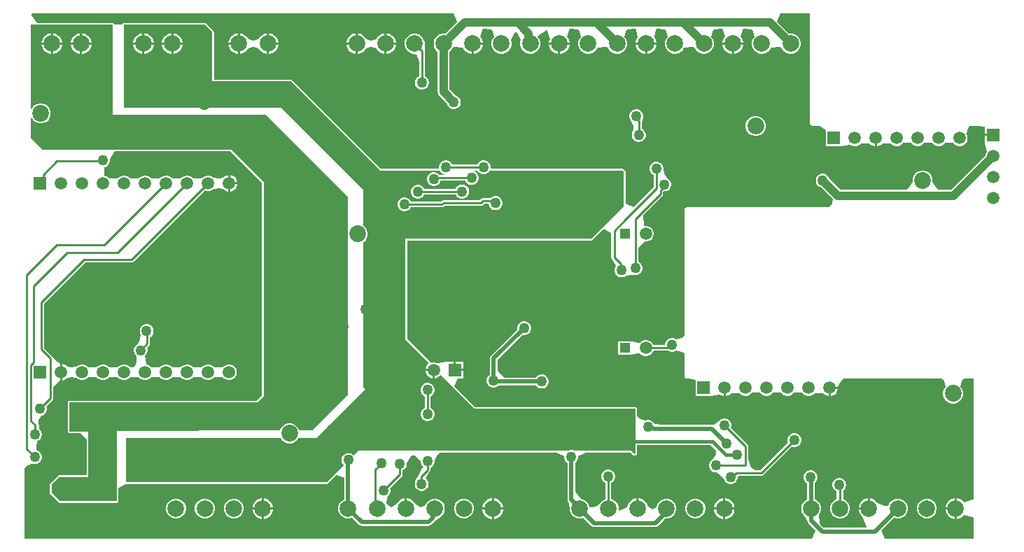
<source format=gbl>
%FSTAX23Y23*%
%MOIN*%
%SFA1B1*%

%IPPOS*%
%ADD12C,0.010000*%
%ADD13C,0.020000*%
%ADD40C,0.016000*%
%ADD41C,0.040000*%
%ADD43C,0.079530*%
%ADD44R,0.059060X0.059060*%
%ADD45C,0.059060*%
%ADD46R,0.047240X0.047240*%
%ADD47R,0.059060X0.059060*%
%ADD48C,0.078740*%
%ADD49C,0.050000*%
%LNlayout-1*%
%LPD*%
G36*
X04749Y02995D02*
X0475Y02991D01*
X04752Y02987*
X04757Y02982*
X04761Y0298*
X04765Y02979*
X04796*
X04827Y02957*
Y02939*
Y02882*
X04897*
X04902*
X04941Y02889*
X0495Y02885*
X0496Y02882*
X04969*
X04979Y02885*
X04988Y02889*
X0499Y02892*
X04995Y02894*
X05016Y02895*
X05033Y02893*
X05036Y02892*
X0504Y02888*
X05049Y02883*
X05059Y0288*
X0506*
Y0292*
X0507*
Y0288*
X0507*
X0508Y02883*
X05089Y02888*
X05093Y02892*
X05096Y02893*
X05113Y02895*
X05134Y02894*
X05139Y02892*
X05141Y02889*
X0515Y02885*
X0516Y02882*
X05169*
X05179Y02885*
X05188Y02889*
X05192Y02894*
X05198Y02896*
X05215Y02896*
X05231Y02896*
X05237Y02894*
X05241Y02889*
X0525Y02885*
X0526Y02882*
X05269*
X05279Y02885*
X05288Y02889*
X05292Y02894*
X05298Y02896*
X05315Y02896*
X05331Y02896*
X05337Y02894*
X05341Y02889*
X0535Y02885*
X0536Y02882*
X05369*
X05379Y02885*
X05388Y02889*
X05392Y02894*
X05398Y02896*
X05415Y02896*
X05431Y02896*
X05437Y02894*
X05441Y02889*
X0545Y02885*
X0546Y02882*
X05469*
X05479Y02885*
X05488Y02889*
X05495Y02896*
X05499Y02905*
X05502Y02915*
Y02924*
X05499Y02934*
X05496Y02939*
X05501Y02956*
X05512Y02979*
X05547*
X05585Y02974*
Y0294*
X05625*
Y0293*
X05585*
Y02901*
Y02895*
X05593Y02855*
X0559Y02849*
X05587Y02839*
Y02837*
X05423Y02673*
X05363*
X05354Y02681*
X05335Y02711*
Y02724*
X05332Y02736*
X05326Y02747*
X05317Y02756*
X05306Y02762*
X05294Y02765*
X05281*
X05269Y02762*
X05258Y02756*
X05249Y02747*
X05243Y02736*
X0524Y02724*
Y02711*
X05222Y02681*
X05212Y02673*
X04897*
X04844Y02726*
X04843Y0273*
X04838Y02738*
X04832Y02744*
X04825Y02748*
X04816Y02751*
X04808*
X04799Y02748*
X04792Y02744*
X04785Y02738*
X04781Y0273*
X04779Y02722*
Y02713*
X04781Y02705*
X04785Y02697*
X04792Y02691*
X04799Y02687*
X04804Y02686*
X0486Y0263*
X04856Y02609*
X04845Y0259*
X04165*
X04161Y02589*
X04157Y02587*
X04155Y02583*
X04154Y0258*
Y01976*
X04141Y01967*
X04115Y01961*
X04107Y01965*
X04099Y01968*
X0409*
X04082Y01965*
X04074Y01961*
X04068Y01955*
X04064Y01947*
X04062Y01939*
X04058Y01933*
X04006*
X04004Y01934*
X04Y01943*
X03999Y01943*
X03993Y0195*
X03984Y01954*
X03974Y01957*
X03965*
X03964Y01957*
X03955Y01954*
X03946Y0195*
X03941Y01944*
X03938Y01944*
X03901Y01951*
X03838*
Y01888*
X03901*
X03929Y01894*
X03941Y01895*
X03946Y01889*
X03955Y01885*
X03964Y01882*
X03965Y01882*
X03974*
X03984Y01885*
X03993Y01889*
X03998Y01895*
X04Y01896*
X04004Y01905*
X04006Y01906*
X04055*
X04069*
X04074Y01907*
X04075Y01908*
X04082Y01904*
X04084Y01903*
X0409Y01902*
X04099*
X04107Y01904*
X04115Y01908*
X04141Y01902*
X04154Y01893*
Y01785*
X04155Y01781*
X04157Y01777*
X04161Y01775*
X04165Y01774*
X0417*
X04207Y01767*
Y01734*
Y01692*
X04274*
X04282*
X0432Y01698*
X04329Y01693*
X04339Y0169*
X0434*
Y0173*
X0435*
Y0169*
X0435*
X0436Y01693*
X04369Y01698*
X04373Y01702*
X04376Y01703*
X04393Y01705*
X04414Y01704*
X04419Y01702*
X04421Y01699*
X0443Y01695*
X0444Y01692*
X04449*
X04459Y01695*
X04468Y01699*
X04472Y01704*
X04478Y01706*
X04495Y01706*
X04511Y01706*
X04517Y01704*
X04521Y01699*
X0453Y01695*
X0454Y01692*
X04549*
X04559Y01695*
X04568Y01699*
X04572Y01704*
X04578Y01706*
X04595Y01706*
X04611Y01706*
X04617Y01704*
X04621Y01699*
X0463Y01695*
X0464Y01692*
X04649*
X04659Y01695*
X04668Y01699*
X04672Y01704*
X04678Y01706*
X04695Y01706*
X04711Y01706*
X04717Y01704*
X04721Y01699*
X0473Y01695*
X0474Y01692*
X04749*
X04759Y01695*
X04768Y01699*
X0477Y01702*
X04775Y01704*
X04796Y01705*
X04813Y01703*
X04816Y01702*
X0482Y01698*
X04829Y01693*
X04839Y0169*
X0484*
Y0173*
X04845*
Y01735*
X04884*
Y01735*
X04899Y01763*
X0491Y01774*
X05382*
X05391Y01761*
X05397Y01734*
X05394Y01732*
X05388Y01721*
X05385Y01709*
Y01696*
X05388Y01684*
X05394Y01673*
X05403Y01664*
X05414Y01658*
X05426Y01655*
X05439*
X05451Y01658*
X05462Y01664*
X05471Y01673*
X05477Y01684*
X0548Y01696*
Y01709*
X05477Y01721*
X05471Y01732*
X05468Y01734*
X05475Y01761*
X05483Y01774*
X05529*
Y01199*
X05524Y01196*
X05485Y01185*
X05476Y01194*
X05464Y01201*
X05452Y01204*
X0545*
Y01155*
Y01105*
X05452*
X05464Y01108*
X05476Y01115*
X05485Y01124*
X05524Y01113*
X05529Y0111*
Y0101*
X05108*
X05091Y0105*
X0511Y01068*
X05138Y01097*
X05152Y0111*
X05155Y0111*
X05164Y01107*
X05176*
X05188Y0111*
X05199Y01117*
X05208Y01125*
X05214Y01136*
X05217Y01148*
Y01161*
X05214Y01173*
X05208Y01184*
X05199Y01192*
X05188Y01199*
X05176Y01202*
X05164*
X05152Y01199*
X05141Y01192*
X05132Y01184*
X05126Y01173*
X05125Y0117*
X05119Y01166*
X05105Y01169*
X05074Y01181*
X05072Y01185*
X05062Y01194*
X05051Y01201*
X05039Y01204*
X05037*
Y01155*
X05032*
Y0115*
X04983*
Y01148*
X04986Y01135*
X04993Y01124*
X05002Y01115*
X05017Y01079*
X05019Y01067*
X05016Y01063*
X04855*
X04815Y01065*
X04801Y01079*
X04798Y01087*
X04798Y01087*
X04794Y01125*
X04801Y01136*
X04804Y01148*
Y01161*
X04801Y01173*
X04794Y01184*
X04786Y01192*
X04777Y01197*
X04775Y01199*
Y01277*
X04775Y01277*
X04781Y01283*
X04785Y01291*
X04788Y01299*
Y01308*
X04785Y01316*
X04781Y01324*
X04775Y0133*
X04767Y01334*
X04759Y01337*
X0475*
X04742Y01334*
X04734Y0133*
X04728Y01324*
X04724Y01316*
X04722Y01308*
Y01299*
X04724Y01291*
X04728Y01283*
X04734Y01277*
X04738Y01275*
Y01199*
X04735Y01197*
X04727Y01192*
X04719Y01184*
X04712Y01173*
X04709Y01161*
Y01148*
X04712Y01136*
X04719Y01125*
X04726Y01117*
X0474Y01092*
X0474Y0109*
X04744Y01085*
X04744Y01084*
X04764Y01064*
X04778Y0105*
X04777Y01046*
X04762Y0101*
X0101*
Y01346*
X01021Y01356*
X01045Y01368*
X0105Y01368*
X01055Y01367*
X01064*
X01072Y01369*
X0108Y01373*
X01086Y01379*
X0109Y01387*
X01093Y01395*
Y01404*
X0109Y01412*
X01086Y0142*
X0108Y01426*
X01072Y0143*
X01067Y0144*
X01072Y01477*
X0108Y01481*
X01086Y01488*
X0109Y01495*
X01093Y01503*
Y01512*
X0109Y01521*
X01086Y01528*
X0108Y01534*
X01079Y01534*
X01078Y01574*
X01092Y01597*
X01097Y01599*
X01105Y01603*
X01111Y01609*
X01115Y01617*
X01118Y01625*
Y01634*
X01115Y01642*
X01144Y0167*
X01147Y01674*
X01148Y0168*
Y01734*
X01153Y01742*
X01179Y01765*
X0118*
Y01805*
Y01844*
X01179*
X01153Y01865*
X01147Y01875*
Y01875*
X01144Y01879*
X01104Y01918*
Y01924*
Y02125*
Y02131*
X01108Y02134*
X01296Y02323*
X013Y02326*
X01305*
X01509*
X0152*
X01525Y02327*
X01529Y0233*
X01537Y02338*
X01866Y02668*
X01868Y0267*
X0187Y0267*
X0188Y02667*
X01881*
X01889*
X01899Y0267*
X01908Y02674*
X0191Y02677*
X01915Y02679*
X01936Y0268*
X01953Y02678*
X01956Y02677*
X0196Y02673*
X01969Y02668*
X01979Y02665*
X0198*
Y02705*
Y02744*
X01979*
X01969Y02741*
X0196Y02736*
X01956Y02732*
X01953Y02731*
X01936Y02729*
X01915Y0273*
X0191Y02732*
X01908Y02735*
X01899Y02739*
X01889Y02742*
X0188*
X0187Y02739*
X01861Y02735*
X01857Y0273*
X01851Y02728*
X01835Y02728*
X01818Y02728*
X01812Y0273*
X01808Y02735*
X01799Y02739*
X01789Y02742*
X0178*
X0177Y02739*
X01761Y02735*
X01757Y0273*
X01751Y02728*
X01735Y02728*
X01718Y02728*
X01712Y0273*
X01708Y02735*
X01699Y02739*
X01689Y02742*
X0168*
X0167Y02739*
X01661Y02735*
X01657Y0273*
X01651Y02728*
X01635Y02728*
X01618Y02728*
X01612Y0273*
X01608Y02735*
X01599Y02739*
X01589Y02742*
X0158*
X0157Y02739*
X01561Y02735*
X01557Y0273*
X01551Y02728*
X01535Y02728*
X01518Y02728*
X01512Y0273*
X01508Y02735*
X01499Y02739*
X01489Y02742*
X0148*
X0147Y02739*
X01461Y02735*
X01457Y0273*
X01451Y02728*
X01435Y02728*
X01418Y02728*
X01412Y0273*
X01408Y02735*
X01399Y02739*
X01389Y02742*
X01389Y0278*
X01397Y02782*
X01405Y02786*
X01411Y02792*
X01415Y028*
X01417Y02808*
Y02816*
Y02817*
X01433Y02847*
X01441Y02856*
X01441Y02856*
X01991*
X02141Y02706*
Y01693*
X02116Y01668*
X01225*
X01221Y01667*
X01219Y01665*
X01217Y01663*
X01216Y0166*
Y0155*
Y01525*
X01216Y01525*
X01216Y01525*
X01217Y01524*
X01217Y01522*
X01217*
Y01522*
Y01522*
X01218Y01521*
X01219Y01519*
X01219*
X01219Y01519*
X01222Y01516*
X01222*
X01222Y01516*
X01224Y01515*
X01225Y01514*
X01225*
X01225*
X01227Y01514*
X01228Y01513*
X01228*
X01228*
X01252Y01514*
X01278Y01514*
X01306Y01485*
Y01313*
X01175*
X01171Y01312*
X01169Y0131*
X01134Y01275*
X01132Y01273*
X01131Y0127*
Y0123*
X01132Y01226*
X01134Y01224*
X01174Y01184*
X01176Y01182*
X0118Y01181*
X0145*
X01453Y01182*
X01455Y01184*
X01457Y01186*
X01458Y0119*
Y0125*
X01466Y01256*
X01495Y01271*
X0245*
X02453Y01272*
X02455Y01274*
X02496Y01315*
X02533Y013*
Y01199*
X02531Y01197*
X02523Y01192*
X02514Y01184*
X02508Y01173*
X02504Y01161*
Y01148*
X02508Y01136*
X02514Y01125*
X02523Y01117*
X02533Y0111*
X02545Y01107*
X02558*
X02567Y0111*
X0257Y0111*
X02586Y01095*
X02604Y01077*
X0261Y01073*
X02616Y01071*
X02617Y01071*
X0265*
X0265*
X02656*
X02689*
X02729*
X02796*
X02836*
X02859*
X02895*
X0292*
X0292*
X02935*
X02935Y01071*
X02942Y01073*
Y01073*
X02947Y01077*
X02957Y01086*
X02967Y01096*
X02967Y01096*
X02983Y01108*
X02994Y01117*
X02997Y0112*
X03003Y01125*
X03009Y01136*
X03012Y01148*
Y01161*
X03009Y01173*
X03003Y01184*
X02994Y01192*
X02983Y01199*
X02971Y01202*
X02959*
X02947Y01199*
X02936Y01192*
X02927Y01184*
X02921Y01173*
X02921Y01172*
X02898Y01161*
X02873Y01173*
X02873Y01174*
X02867Y01185*
X02858Y01194*
X02846Y01201*
X02834Y01204*
X02832*
Y01155*
X02822*
Y01204*
X02821*
X02808Y01201*
X02797Y01194*
X02788Y01185*
X02781Y01174*
X02781Y01173*
X02757Y01161*
X02746Y01167*
X02735Y0118*
X0274Y01213*
X02746Y01219*
X0275Y01227*
X02753Y01235*
Y01244*
Y01244*
X02751Y01251*
X028Y01301*
X02807Y01308*
X0281Y01312*
X02811Y01317*
Y01338*
X02818Y01342*
X02824Y01348*
X02829Y01355*
X02831Y01364*
Y01372*
X02854Y01408*
X02867Y01409*
X02897Y01382*
Y01375*
X02899Y01367*
X02903Y01359*
X02909Y01353*
X02905Y01346*
X02887Y01314*
X02886Y01314*
X02886Y01313*
X02871Y01285*
X02869Y01276*
Y01273*
Y01268*
X02871Y01259*
X02876Y01252*
X02882Y01246*
X02889Y01241*
X02898Y01239*
X02906*
X02915Y01241*
X02922Y01246*
X02928Y01252*
X02933Y01259*
X02935Y01268*
Y01276*
X02933Y01285*
X02928Y01292*
X02924Y01297*
X02922Y01298*
X02941Y01334*
X02942Y01334*
X02943Y01339*
Y01349*
X0295Y01353*
X02956Y01359*
X0296Y01367*
X02963Y01375*
Y01381*
Y01384*
X02978Y01411*
X02988Y01421*
X03545*
X03582Y01404*
Y01395*
X03584Y01387*
X03588Y01379*
X03594Y01374*
X03594Y01373*
X03596Y01372*
Y01242*
Y01223*
Y01208*
Y01208*
Y01196*
X03596Y01195*
X03598Y01189*
X03599Y01187*
X03607Y01159*
Y01148*
X0361Y01136*
X03616Y01125*
X03625Y01117*
X03636Y0111*
X03648Y01107*
X0366*
X03669Y0111*
X03672Y0111*
X03688Y01095*
X03711Y01072*
X03712Y01071*
X03712*
X03717Y01068*
X03723Y01066*
X03724Y01066*
X03738*
X03738*
X03763*
X03813*
X03855*
X03905*
X03939*
X03974*
X04*
X04013*
X04014Y01066*
X0402Y01068*
X04026Y01071*
X04026Y01072*
X04036Y01081*
X04054Y01099*
X04061Y01106*
X04067Y01107*
X04074Y01107*
X04086Y0111*
X04097Y01117*
X04105Y01125*
X04112Y01136*
X04115Y01148*
Y01161*
X04112Y01173*
X04105Y01184*
X04097Y01192*
X04086Y01199*
X04074Y01202*
X04061*
X04049Y01199*
X04038Y01192*
X0403Y01184*
X04023Y01173*
X0402Y01161*
X04002Y01151*
X04001Y01152*
X03977Y01167*
X03976Y01174*
X03969Y01185*
X0396Y01194*
X03949Y01201*
X03936Y01204*
X03935*
Y01155*
X03925*
Y01204*
X03923*
X03911Y01201*
X03899Y01194*
X0389Y01185*
X03884Y01174*
X0388Y01161*
X03843Y01143*
X03839Y01148*
Y01161*
X03836Y01173*
X0383Y01184*
X03821Y01192*
X03816Y01195*
X0381Y01199*
X03804Y01203*
Y01277*
X0381Y01281*
X0381Y01281*
X03816Y01287*
X0382Y01295*
X03823Y01303*
Y01312*
X0382Y0132*
X03816Y01328*
X0381Y01334*
X03802Y01338*
X03794Y01341*
X03785*
X03777Y01338*
X03769Y01334*
X03763Y01328*
X03759Y0132*
X03757Y01312*
Y01303*
X03759Y01295*
X03763Y01287*
X03766Y01284*
X03769Y01281*
X03777Y01277*
X03777Y01276*
Y01202*
X03774Y01199*
X03763Y01192*
X03754Y01184*
X03748Y01173*
X03729Y01164*
X03717Y01161*
X03705Y01161*
X037Y01165*
X03698Y01173*
X03692Y01184*
X03683Y01192*
X03672Y01199*
X03662Y01202*
X03636Y01231*
X03633Y01239*
Y01372*
X03635Y01373*
X03641Y01379*
X03645Y01387*
X03648Y01395*
Y01404*
X03684Y01421*
X03888*
X03896*
X03909Y01408*
X03912Y01407*
X03915Y01406*
X03918Y01407*
X03923Y01409*
X03925Y0141*
X03926Y01412*
X03927Y01413*
X03928Y01416*
Y01458*
X04278*
X04305Y01429*
X04303Y01415*
X04292Y0139*
X04284Y01386*
X04278Y0138*
X04274Y01372*
X04272Y01364*
Y01355*
X04274Y01347*
X04278Y01339*
X04284Y01333*
X04292Y01329*
X043Y01327*
X04304*
X04315Y01321*
X04335Y01305*
X04342Y01297*
X04343Y01293*
X04347Y01285*
X04354Y01279*
X04361Y01275*
X0437Y01272*
X04378*
X04387Y01275*
X04394Y01279*
X044Y01285*
X04405Y01293*
X04406Y01298*
X04407Y01301*
X0441Y01311*
X04458*
X04483*
X0452*
X04525Y01312*
X04529Y01315*
X04547Y01334*
X04664Y0145*
X04672Y01448*
X04681*
X04689Y0145*
X04696Y01455*
X04703Y01461*
X04707Y01468*
X04709Y01477*
Y01486*
X04707Y01494*
X04703Y01501*
X04696Y01508*
X04689Y01512*
X04681Y01514*
X04672*
X04663Y01512*
X04656Y01508*
X0465Y01501*
X04645Y01494*
X04643Y01486*
Y01477*
X04645Y01469*
X04529Y01353*
X04514Y01338*
X04491*
X0447Y01351*
X0447Y01351*
X04458Y01386*
Y01407*
Y0145*
X04457Y01455*
X04454Y0146*
X04447Y01467*
X04374Y01539*
X04376Y01547*
Y01556*
X04374Y01564*
X0437Y01572*
X04364Y01578*
X04356Y01582*
X04348Y01584*
X04339*
X04331Y01582*
X04323Y01578*
X04317Y01572*
X04295Y01554*
X04285Y01553*
X04273*
X04051*
X04012Y01556*
X04011Y01556*
X04007Y01563*
X04001Y01569*
X03994Y01574*
X03985Y01576*
X03977*
X03968Y01574*
X03968Y01573*
X03944Y01582*
X03928Y01593*
Y0163*
X03927Y01633*
X03925Y01635*
X03923Y01637*
X0392Y01638*
X03158*
X03058Y01738*
X03073Y01775*
X03099*
Y0181*
X0306*
Y01815*
X03055*
Y01854*
X0302*
X0298Y01846*
X02974Y01849*
X02964Y01852*
X02955*
X02943Y01852*
X02942Y01853*
X02942Y01854*
X02941Y01854*
X02833Y01963*
Y02431*
X0371*
X03713Y02432*
X03715Y02434*
X03767Y02485*
X03775Y02484*
X03805Y02467*
Y0235*
X03806Y02345*
X03808Y02343*
X03809Y02341*
X03828Y0231*
X03824Y02302*
X03822Y02294*
Y02285*
X03824Y02277*
X03828Y02269*
X03834Y02263*
X03842Y02259*
X0385Y02257*
X03859*
X03867Y02259*
X03875Y02263*
X03907Y02269*
X03915Y02267*
X03924*
X03932Y02269*
X0394Y02273*
X03946Y02279*
X0395Y02287*
X03953Y02295*
Y02304*
X0395Y02312*
X03946Y0232*
X0394Y02326*
X03933Y0233*
Y02396*
X03939Y02405*
X03965Y02427*
X03974*
X03984Y0243*
X03993Y02434*
X04Y02441*
X04004Y0245*
X04007Y0246*
Y02469*
X04004Y02479*
X04Y02488*
X03993Y02495*
X03984Y02499*
X03974Y02502*
X03965*
X03962Y02504*
X03957Y02553*
X04048Y02644*
X04051Y02649*
X04052Y02654*
Y02664*
X04054Y02666*
X04062*
X0407Y02668*
X04078Y02672*
X04084Y02678*
X04088Y02686*
X04091Y02694*
Y02703*
X04088Y02711*
X04084Y02719*
X04078Y02725*
X04075Y02727*
X04068Y02733*
X04057Y0275*
X04053Y0277*
Y02779*
X0405Y02787*
X04046Y02795*
X0404Y02801*
X04032Y02805*
X04024Y02808*
X04015*
X04007Y02805*
X03999Y02801*
X03993Y02795*
X03989Y02787*
X03987Y02779*
Y0277*
X03989Y02762*
X03993Y02754*
X03999Y02748*
X04003Y02746*
X04006Y02743*
Y02686*
X03911Y02591*
X0391Y02591*
X03873Y02609*
Y02737*
Y0276*
X03872Y02763*
X03872*
X0387Y02765*
X03865Y0277*
X03863Y02772*
X0386Y02773*
X03837*
X03233*
X03229Y02777*
Y02786*
X03227Y02794*
X03223Y02802*
X03216Y02808*
X03209Y02812*
X032Y02815*
X03192*
X03183Y02812*
X03176Y02808*
X0317Y02802*
X03165Y02794*
X03165Y02793*
X03048*
X03044Y028*
X03038Y02806*
X0303Y0281*
X03022Y02813*
X03013*
X03005Y0281*
X02997Y02806*
X02991Y028*
X02987Y02792*
X02985Y02784*
Y02775*
X02983Y02773*
X02708*
X02285Y03195*
X02283Y03197*
X0228Y03198*
X01913*
Y03425*
X01912Y03428*
X0191Y0343*
X01875Y03465*
X01873Y03467*
X0187Y03468*
X01485*
X01481Y03467*
X01479Y03465*
X01477Y03463*
X01476Y0346*
X01438*
X01437Y03463*
X01435Y03465*
X01433Y03467*
X0143Y03468*
X01072*
X01045Y03503*
X01044Y03508*
X01047Y03514*
X01047Y03514*
X03054*
X03071Y03474*
X03013Y03417*
X03012Y03417*
X03*
X02988Y03414*
X02977Y03407*
X02968Y03399*
X02962Y03388*
X02959Y03376*
Y03363*
X02962Y03351*
X02968Y0334*
X02977Y03332*
X02978Y03331*
Y0314*
X02979Y03133*
X02982Y03126*
X02986Y0312*
X03023Y03083*
X03024Y03079*
X03029Y03071*
X03035Y03065*
X03042Y03061*
X03051Y03058*
X03059*
X03068Y03061*
X03075Y03065*
X03081Y03071*
X03086Y03079*
X03088Y03087*
Y03096*
X03086Y03104*
X03081Y03112*
X03075Y03118*
X03068Y03122*
X03063Y03123*
X03034Y03152*
Y03331*
X03035Y03332*
X03044Y0334*
X0305Y03351*
X03056Y03353*
X03098Y0335*
X03104Y03339*
X03113Y0333*
X03125Y03323*
X03137Y0332*
X03139*
Y0337*
X03144*
Y03375*
X03193*
Y03376*
X0319Y03389*
X03183Y034*
X03182Y03401*
X03191Y03434*
X03195Y0344*
X03233Y03439*
X03241Y03427*
X03246Y03401*
X03244Y03399*
X03237Y03388*
X03234Y03376*
Y03363*
X03237Y03351*
X03244Y0334*
X03252Y03332*
X03263Y03325*
X03275Y03322*
X03288*
X033Y03325*
X03311Y03332*
X03319Y0334*
X03326Y03351*
X03329Y03363*
Y03376*
X03326Y03388*
X03344Y0342*
X03349Y03425*
X03352Y03424*
X03356Y03421*
X03375Y03389*
X03375Y03387*
X03372Y03376*
Y03363*
X03375Y03351*
X03381Y0334*
X0339Y03332*
X03401Y03325*
X03413Y03322*
X03426*
X03438Y03325*
X03448Y03332*
X03457Y0334*
X03463Y03351*
X03467Y03363*
Y03376*
X03463Y03388*
X03457Y03399*
X03455Y03401*
X03456Y03408*
X03496Y03434*
X03499Y03433*
X03501Y0343*
X03513Y03392*
X03511Y03389*
X03508Y03376*
Y03375*
X03557*
X03607*
Y03376*
X03603Y03389*
X03597Y034*
X03595Y03401*
X03604Y03434*
X03608Y0344*
X03647Y03439*
X03654Y03427*
X0366Y03401*
X03657Y03399*
X03651Y03388*
X03648Y03376*
Y03363*
X03651Y03351*
X03657Y0334*
X03666Y03332*
X03677Y03325*
X03689Y03322*
X03701*
X03713Y03325*
X03724Y03332*
X03733Y0334*
X03739Y03351*
X03781Y03354*
X03789Y03351*
X03795Y0334*
X03804Y03332*
X03814Y03325*
X03826Y03322*
X03839*
X03851Y03325*
X03862Y03332*
X03871Y0334*
X03877Y03351*
X0388Y03363*
Y03376*
X03877Y03388*
X03871Y03399*
X03868Y03401*
X03873Y03427*
X03881Y03439*
X0392Y0344*
X03924Y03434*
X03932Y03401*
X03931Y034*
X03925Y03389*
X03921Y03376*
Y03375*
X03971*
X0402*
Y03376*
X04017Y03389*
X0401Y034*
X04009Y03401*
X04017Y03434*
X04022Y0344*
X0406Y03439*
X04068Y03427*
X04073Y03401*
X0407Y03399*
X04064Y03388*
X04061Y03376*
Y03363*
X04064Y03351*
X0407Y0334*
X04079Y03332*
X0409Y03325*
X04102Y03322*
X04115*
X04127Y03325*
X04137Y03332*
X04146Y0334*
X04152Y03351*
X04194Y03354*
X04202Y03351*
X04208Y0334*
X04217Y03332*
X04228Y03325*
X0424Y03322*
X04252*
X04264Y03325*
X04275Y03332*
X04284Y0334*
X0429Y03351*
X04293Y03363*
Y03376*
X0429Y03388*
X04284Y03399*
X04281Y03401*
X04287Y03427*
X04294Y03439*
X04333Y0344*
X04337Y03434*
X04346Y03401*
X04344Y034*
X04338Y03389*
X04335Y03376*
Y03375*
X04384*
Y0337*
Y03375*
X04433*
Y03376*
X0443Y03389*
X04423Y034*
X04422Y03401*
X04431Y03434*
X04435Y0344*
X04473Y03439*
X04481Y03427*
X04486Y03401*
X04484Y03399*
X04478Y03388*
X04474Y03376*
Y03363*
X04478Y03351*
X04484Y0334*
X04493Y03332*
X04503Y03325*
X04515Y03322*
X04528*
X0454Y03325*
X04551Y03332*
X0456Y0334*
X04566Y03351*
X04608Y03354*
X04615Y03351*
X04622Y0334*
X0463Y03332*
X04641Y03325*
X04653Y03322*
X04666*
X04678Y03325*
X04689Y03332*
X04697Y0334*
X04704Y03351*
X04707Y03363*
Y03376*
X04704Y03388*
X04697Y03399*
X04689Y03407*
X04678Y03414*
X04666Y03417*
X04653*
X04652Y03417*
X04595Y03474*
X04611Y03514*
X04749*
Y02995*
G37*
G36*
X0143Y0303D02*
X0216D01*
X0255Y0264*
Y01695*
X02382Y01527*
X02318Y01527*
X02317Y01531*
X02311Y01542*
X02302Y01551*
X02291Y01557*
X02279Y0156*
X02266*
X02254Y01557*
X02243Y01551*
X02234Y01542*
X02228Y01531*
X02227Y01526*
X0145Y01523*
Y0119*
X0118*
X0114Y0123*
Y0127*
X01175Y01305*
X01315*
Y01522*
X01228Y01522*
X01225Y01525*
Y0166*
X0212*
X0215Y0169*
Y0271*
X01995Y02865*
X01095*
X0104Y0292*
Y03015*
X01045Y03017*
X01049Y03008*
X01058Y02999*
X01069Y02993*
X01081Y0299*
X01094*
X01106Y02993*
X01117Y02999*
X01126Y03008*
X01132Y03019*
X01135Y03031*
Y03044*
X01132Y03056*
X01126Y03067*
X01117Y03076*
X01106Y03082*
X01094Y03085*
X01081*
X01069Y03082*
X01058Y03076*
X01049Y03067*
X01045Y03058*
X0104Y0306*
Y0346*
X0143*
Y0303*
G37*
G36*
X01905Y03425D02*
Y0319D01*
X0228*
X02705Y02765*
X02988*
X02991Y02759*
X02997Y02753*
X03005Y02749*
X03009Y02748*
X03009Y02743*
X02987*
X02986Y02745*
X0298Y02751*
X02972Y02755*
X02964Y02758*
X02955*
X02947Y02755*
X02939Y02751*
X02933Y02745*
X02929Y02737*
X02927Y02729*
Y0272*
X02929Y02712*
X02933Y02704*
X02939Y02698*
X02947Y02694*
X02955Y02692*
X02964*
X02972Y02694*
X0298Y02698*
X02986Y02704*
X0299Y02712*
X02991Y02716*
X03109*
X03113Y02709*
X03119Y02703*
X03127Y02699*
X03135Y02697*
X03144*
X03152Y02699*
X0316Y02703*
X03166Y02709*
X0317Y02717*
X03173Y02725*
Y02734*
X0317Y02742*
X03166Y0275*
X0316Y02756*
X03154Y0276*
X03155Y02765*
X03168*
X0317Y02761*
X03176Y02755*
X03183Y02751*
X03192Y02749*
X032*
X03209Y02751*
X03216Y02755*
X03223Y02761*
X03224Y02765*
X0386*
X03865Y0276*
Y02595*
X0371Y0244*
X02825*
Y0196*
X02936Y01848*
X02935Y01846*
X02928Y01839*
X02923Y0183*
X0292Y0182*
Y0182*
X0296*
Y01815*
X02965*
Y01775*
X02965*
X02975Y01778*
X02984Y01783*
X02991Y0179*
X02993Y01791*
X03155Y0163*
X0392*
Y01416*
X03915Y01414*
X039Y0143*
X03629*
X03627Y0143*
X03619Y01433*
X0361*
X03602Y0143*
X036Y0143*
X026*
X02578Y01408*
X02573Y01412*
X02566Y01417*
X02557Y01419*
X02549*
X0254Y01417*
X02533Y01412*
X02527Y01406*
X02522Y01399*
X0252Y0139*
Y01382*
X02522Y01373*
X02527Y01366*
X02531Y01361*
X0245Y0128*
X01495*
Y0149*
X02231*
X02234Y01483*
X02243Y01474*
X02254Y01468*
X02266Y01465*
X02279*
X02291Y01468*
X02302Y01474*
X02311Y01483*
X02314Y0149*
X024*
X02635Y01725*
X02625Y01735*
Y02423*
X02627Y02424*
X02636Y02433*
X02642Y02444*
X02645Y02456*
Y02469*
X02642Y02481*
X02636Y02492*
X02627Y02501*
X02625Y02502*
Y02675*
X02235Y03065*
X01485*
Y0346*
X0187*
X01905Y03425*
G37*
%LNlayout-2*%
%LPC*%
G36*
X02725Y03419D02*
X02724D01*
X02711Y03416*
X027Y03409*
X02691Y034*
X02686Y03391*
X02661Y03385*
X02637Y03391*
X02632Y034*
X02623Y03409*
X02612Y03416*
X02599Y03419*
X02598*
Y0337*
Y0332*
X02599*
X02612Y03323*
X02623Y0333*
X02632Y03339*
X02637Y03348*
X02661Y03354*
X02686Y03348*
X02691Y03339*
X027Y0333*
X02711Y03323*
X02724Y0332*
X02725*
Y0337*
Y03419*
G37*
G36*
X02165D02*
X02163D01*
X0215Y03416*
X02139Y03409*
X0213Y034*
X02125Y03391*
X02101Y03385*
X02076Y03391*
X02071Y034*
X02062Y03409*
X02051Y03416*
X02038Y03419*
X02037*
Y0337*
Y0332*
X02038*
X02051Y03323*
X02062Y0333*
X02071Y03339*
X02076Y03348*
X02101Y03354*
X02125Y03348*
X0213Y03339*
X02139Y0333*
X0215Y03323*
X02163Y0332*
X02165*
Y0337*
Y03419*
G37*
G36*
X02176D02*
X02175D01*
Y03375*
X02219*
Y03376*
X02216Y03389*
X02209Y034*
X022Y03409*
X02189Y03416*
X02176Y03419*
G37*
G36*
X02737D02*
X02735D01*
Y03375*
X0278*
Y03376*
X02776Y03389*
X0277Y034*
X02761Y03409*
X02749Y03416*
X02737Y03419*
G37*
G36*
X02588D02*
X02586D01*
X02574Y03416*
X02562Y03409*
X02553Y034*
X02547Y03389*
X02543Y03376*
Y03375*
X02588*
Y03419*
G37*
G36*
X02027D02*
X02025D01*
X02013Y03416*
X02001Y03409*
X01992Y034*
X01986Y03389*
X01982Y03376*
Y03375*
X02027*
Y03419*
G37*
G36*
X04433Y03365D02*
X04389D01*
Y0332*
X0439*
X04403Y03323*
X04414Y0333*
X04423Y03339*
X0443Y0335*
X04433Y03363*
Y03365*
G37*
G36*
X04379D02*
X04335D01*
Y03363*
X04338Y0335*
X04344Y03339*
X04354Y0333*
X04365Y03323*
X04377Y0332*
X04379*
Y03365*
G37*
G36*
X0402D02*
X03976D01*
Y0332*
X03977*
X0399Y03323*
X04001Y0333*
X0401Y03339*
X04017Y0335*
X0402Y03363*
Y03365*
G37*
G36*
X03966D02*
X03921D01*
Y03363*
X03925Y0335*
X03931Y03339*
X0394Y0333*
X03951Y03323*
X03964Y0332*
X03966*
Y03365*
G37*
G36*
X03607D02*
X03562D01*
Y0332*
X03564*
X03576Y03323*
X03587Y0333*
X03597Y03339*
X03603Y0335*
X03607Y03363*
Y03365*
G37*
G36*
X03552D02*
X03508D01*
Y03363*
X03511Y0335*
X03518Y03339*
X03527Y0333*
X03538Y03323*
X03551Y0332*
X03552*
Y03365*
G37*
G36*
X03193D02*
X03149D01*
Y0332*
X0315*
X03163Y03323*
X03174Y0333*
X03183Y03339*
X0319Y0335*
X03193Y03363*
Y03365*
G37*
G36*
X0278D02*
X02735D01*
Y0332*
X02737*
X02749Y03323*
X02761Y0333*
X0277Y03339*
X02776Y0335*
X0278Y03363*
Y03365*
G37*
G36*
X02588D02*
X02543D01*
Y03363*
X02547Y0335*
X02553Y03339*
X02562Y0333*
X02574Y03323*
X02586Y0332*
X02588*
Y03365*
G37*
G36*
X02219D02*
X02175D01*
Y0332*
X02176*
X02189Y03323*
X022Y0333*
X02209Y03339*
X02216Y0335*
X02219Y03363*
Y03365*
G37*
G36*
X02027D02*
X01982D01*
Y03363*
X01986Y0335*
X01992Y03339*
X02001Y0333*
X02013Y03323*
X02025Y0332*
X02027*
Y03365*
G37*
G36*
X02874Y03417D02*
X02862D01*
X0285Y03414*
X02839Y03407*
X0283Y03399*
X02824Y03388*
X02821Y03376*
Y03363*
X02824Y03351*
X0283Y0334*
X02839Y03332*
X0285Y03325*
X0285Y03325*
X02862Y03322*
X02876Y03318*
X02889Y03285*
Y0327*
Y03215*
X02882Y03211*
X02876Y03205*
X02872Y03198*
X0287Y03189*
Y0318*
X02872Y03172*
X02876Y03165*
X02882Y03158*
X0289Y03154*
X02898Y03152*
X02907*
X02915Y03154*
X02923Y03158*
X02929Y03165*
X02933Y03172*
X02936Y0318*
Y03189*
X02933Y03198*
X02929Y03205*
X02923Y03211*
X02916Y03215*
Y03276*
Y03326*
Y03326*
Y03335*
X02916Y03335*
X02916Y03366*
Y03376*
X02912Y03388*
X02906Y03399*
X02897Y03407*
X02886Y03414*
X02874Y03417*
G37*
G36*
X04499Y03025D02*
X04486D01*
X04474Y03022*
X04463Y03016*
X04454Y03007*
X04448Y02996*
X04445Y02984*
Y02971*
X04448Y02959*
X04454Y02948*
X04463Y02939*
X04474Y02933*
X04486Y0293*
X04499*
X04511Y02933*
X04522Y02939*
X04531Y02948*
X04537Y02959*
X0454Y02971*
Y02984*
X04537Y02996*
X04531Y03007*
X04522Y03016*
X04511Y03022*
X04499Y03025*
G37*
G36*
X03929Y03057D02*
X0392D01*
X03912Y03055*
X03904Y03051*
X03898Y03044*
X03894Y03037*
X03892Y03028*
Y0302*
X03894Y03011*
X03894Y03011*
X039Y02998*
X03909Y02978*
X0391Y02962*
X03907Y02953*
X03905Y02946*
X03903Y02938*
X03903Y02938*
Y02929*
X03905Y02921*
X03909Y02913*
X03915Y02907*
X03923Y02903*
X03931Y02901*
X0394*
X03948Y02903*
X03956Y02907*
X03962Y02913*
X03966Y02921*
X03969Y02929*
Y02937*
Y02938*
X03966Y02946*
X03966*
X03962Y02954*
X03956Y0296*
X03949Y02969*
X03951Y0299*
X03957Y03017*
X03958Y0302*
Y03028*
X03955Y03037*
X03951Y03044*
X03945Y03051*
X03937Y03055*
X03929Y03057*
G37*
G36*
X0199Y02744D02*
X0199D01*
Y0271*
X02024*
Y0271*
X02021Y0272*
X02016Y02729*
X02009Y02736*
X02Y02741*
X0199Y02744*
G37*
G36*
X02024Y027D02*
X0199D01*
Y02665*
X0199*
X02Y02668*
X02009Y02673*
X02016Y0268*
X02021Y02689*
X02024Y02699*
Y027*
G37*
G36*
X03394Y02048D02*
X03385D01*
X03377Y02045*
X03369Y02041*
X03363Y02035*
X03359Y02027*
X03357Y02019*
Y0201*
X03357Y02008*
X03246Y01897*
X03232Y01882*
X03231Y01882*
X03228Y01877*
X03226Y0187*
X03226Y0187*
Y01805*
Y01792*
X03224Y01791*
X03218Y01785*
X03214Y01777*
X03212Y01769*
Y0176*
X03214Y01752*
X03218Y01744*
X03224Y01738*
X03232Y01734*
X0324Y01732*
X03249*
X03257Y01734*
X03265Y01738*
X03268Y01741*
X03268Y01741*
X03289*
X03302*
X03447*
X03448Y01739*
X03454Y01733*
X03462Y01729*
X0347Y01727*
X03479*
X03479*
X03487Y01729*
X03495Y01733*
X03501Y01739*
X03505Y01747*
X03508Y01755*
Y01764*
X03505Y01772*
X03501Y0178*
X03495Y01786*
X03487Y0179*
X03479Y01793*
X03479*
X0347*
X03462Y0179*
X03454Y01786*
X03449Y0178*
X03448Y0178*
X03447Y01778*
X03297*
X03294Y01781*
X03266Y01809*
X03263Y01813*
Y01862*
X03274Y01873*
X03383Y01982*
X03385Y01982*
X03386*
X03394*
X03402Y01984*
X0341Y01988*
X03416Y01994*
X0342Y02002*
X03423Y0201*
Y02019*
X0342Y02027*
X03416Y02035*
X0341Y02041*
X03402Y02045*
X03394Y02048*
G37*
G36*
X01597Y02033D02*
X01588D01*
X0158Y0203*
X01572Y02026*
X01566Y0202*
X01562Y02012*
X01559Y02004*
Y01995*
X01562Y01987*
X01565Y01982*
X01562Y01963*
X01557Y0195*
X01551Y0194*
X01551Y0194*
X01543Y01935*
X01537Y01929*
X01533Y01922*
X0153Y01913*
Y01905*
X01533Y01896*
X01537Y01889*
X01543Y01883*
X01543Y0188*
X01545Y01853*
X01541Y01838*
X01527Y01828*
X01518Y01828*
X01512Y0183*
X01508Y01835*
X01499Y01839*
X01489Y01842*
X0148*
X0147Y01839*
X01461Y01835*
X01457Y0183*
X01451Y01828*
X01435Y01828*
X01418Y01828*
X01412Y0183*
X01408Y01835*
X01399Y01839*
X01389Y01842*
X0138*
X0137Y01839*
X01361Y01835*
X01357Y0183*
X01351Y01828*
X01335Y01828*
X01318Y01828*
X01312Y0183*
X01308Y01835*
X01299Y01839*
X01289Y01842*
X0128*
X0127Y01839*
X01261Y01835*
X01259Y01832*
X01254Y0183*
X01233Y01829*
X01216Y01831*
X01213Y01832*
X01209Y01836*
X012Y01841*
X0119Y01844*
X0119*
Y01805*
Y01765*
X0119*
X012Y01768*
X01209Y01773*
X01213Y01777*
X01216Y01778*
X01233Y0178*
X01254Y01779*
X01259Y01777*
X01261Y01774*
X0127Y0177*
X0128Y01767*
X01289*
X01299Y0177*
X01308Y01774*
X01312Y01779*
X01318Y01781*
X01335Y01781*
X01351Y01781*
X01357Y01779*
X01361Y01774*
X0137Y0177*
X0138Y01767*
X01389*
X01399Y0177*
X01408Y01774*
X01412Y01779*
X01418Y01781*
X01435Y01781*
X01451Y01781*
X01457Y01779*
X01461Y01774*
X0147Y0177*
X0148Y01767*
X01489*
X01499Y0177*
X01508Y01774*
X01512Y01779*
X01518Y01781*
X01535Y01781*
X01551Y01781*
X01557Y01779*
X01561Y01774*
X0157Y0177*
X0158Y01767*
X01589*
X01599Y0177*
X01608Y01774*
X01612Y01779*
X01618Y01781*
X01635Y01781*
X01651Y01781*
X01657Y01779*
X01661Y01774*
X0167Y0177*
X0168Y01767*
X01689*
X01699Y0177*
X01708Y01774*
X01712Y01779*
X01718Y01781*
X01735Y01781*
X01751Y01781*
X01757Y01779*
X01761Y01774*
X0177Y0177*
X0178Y01767*
X01789*
X01799Y0177*
X01808Y01774*
X01812Y01779*
X01818Y01781*
X01835Y01781*
X01851Y01781*
X01857Y01779*
X01861Y01774*
X0187Y0177*
X0188Y01767*
X01889*
X01899Y0177*
X01908Y01774*
X01912Y01779*
X01918Y01781*
X01935Y01781*
X01951Y01781*
X01957Y01779*
X01961Y01774*
X0197Y0177*
X0198Y01767*
X01989*
X01999Y0177*
X02008Y01774*
X02015Y01781*
X02019Y0179*
X02022Y018*
Y01809*
X02019Y01819*
X02015Y01828*
X02008Y01835*
X01999Y01839*
X01989Y01842*
X0198*
X0197Y01839*
X01961Y01835*
X01957Y0183*
X01951Y01828*
X01935Y01828*
X01918Y01828*
X01912Y0183*
X01908Y01835*
X01899Y01839*
X01889Y01842*
X0188*
X0187Y01839*
X01861Y01835*
X01857Y0183*
X01851Y01828*
X01835Y01828*
X01818Y01828*
X01812Y0183*
X01808Y01835*
X01799Y01839*
X01789Y01842*
X0178*
X0177Y01839*
X01761Y01835*
X01757Y0183*
X01751Y01828*
X01735Y01828*
X01718Y01828*
X01712Y0183*
X01708Y01835*
X01699Y01839*
X01689Y01842*
X0168*
X0167Y01839*
X01661Y01835*
X01657Y0183*
X01651Y01828*
X01635Y01828*
X01618Y01828*
X01612Y0183*
X01608Y01835*
X01599Y01839*
X01595Y01841*
X01594Y01842*
X0159Y01844*
X01585Y01883*
X0159Y01889*
X01594Y01896*
X01596Y01905*
Y01913*
X01594Y01921*
X01604Y01931*
X01607Y01935*
X01608Y0194*
Y0197*
X0161Y01971*
X01613Y01973*
X01619Y01979*
X01623Y01987*
X01625Y01995*
Y02004*
X01623Y02012*
X01619Y0202*
X01613Y02026*
X01605Y0203*
X01597Y02033*
G37*
G36*
X03099Y01854D02*
X03065D01*
Y0182*
X03099*
Y01854*
G37*
G36*
X04884Y01725D02*
X0485D01*
Y0169*
X0485*
X0486Y01693*
X04869Y01698*
X04876Y01705*
X04881Y01714*
X04884Y01724*
Y01725*
G37*
G36*
X0544Y01204D02*
X05439D01*
X05426Y01201*
X05415Y01194*
X05406Y01185*
X05399Y01174*
X05396Y01161*
Y0116*
X0544*
Y01204*
G37*
G36*
X05027D02*
X05026D01*
X05013Y01201*
X05002Y01194*
X04993Y01185*
X04986Y01174*
X04983Y01161*
Y0116*
X05027*
Y01204*
G37*
G36*
X0435D02*
X04348D01*
Y0116*
X04392*
Y01161*
X04389Y01174*
X04383Y01185*
X04373Y01194*
X04362Y01201*
X0435Y01204*
G37*
G36*
X04338D02*
X04337D01*
X04324Y01201*
X04313Y01194*
X04304Y01185*
X04297Y01174*
X04294Y01161*
Y0116*
X04338*
Y01204*
G37*
G36*
X03247D02*
X03246D01*
Y0116*
X0329*
Y01161*
X03287Y01174*
X0328Y01185*
X03271Y01194*
X0326Y01201*
X03247Y01204*
G37*
G36*
X03236D02*
X03234D01*
X03222Y01201*
X0321Y01194*
X03201Y01185*
X03195Y01174*
X03191Y01161*
Y0116*
X03236*
Y01204*
G37*
G36*
X02152D02*
X0215D01*
Y0116*
X02194*
Y01161*
X02191Y01174*
X02185Y01185*
X02175Y01194*
X02164Y01201*
X02152Y01204*
G37*
G36*
X0214D02*
X02139D01*
X02126Y01201*
X02115Y01194*
X02106Y01185*
X02099Y01174*
X02096Y01161*
Y0116*
X0214*
Y01204*
G37*
G36*
X05314Y01202D02*
X05301D01*
X05289Y01199*
X05279Y01192*
X0527Y01184*
X05263Y01173*
X0526Y01161*
Y01148*
X05263Y01136*
X0527Y01125*
X05279Y01117*
X05289Y0111*
X05301Y01107*
X05314*
X05326Y0111*
X05337Y01117*
X05346Y01125*
X05352Y01136*
X05355Y01148*
Y01161*
X05352Y01173*
X05346Y01184*
X05337Y01192*
X05326Y01199*
X05314Y01202*
G37*
G36*
X04895Y01301D02*
X04886D01*
X04878Y01299*
X0487Y01295*
X04864Y01288*
X0486Y01281*
X04857Y01272*
Y01264*
X0486Y01255*
X04864Y01248*
X04869Y01243*
X0487Y01242*
X0487Y01242*
X04877Y01238*
X04878Y01232*
X04876Y012*
X04876Y01199*
X04871Y01196*
X04865Y01192*
X04856Y01184*
X0485Y01173*
X04847Y01161*
Y01148*
X0485Y01136*
X04856Y01125*
X04865Y01117*
X04876Y0111*
X04888Y01107*
X049*
X04913Y0111*
X04923Y01117*
X04932Y01125*
X04938Y01136*
X04942Y01148*
Y01161*
X04938Y01173*
X04932Y01184*
X04923Y01192*
X04913Y01199*
X04909Y01201*
X04909Y0124*
X04911Y01242*
X04917Y01248*
X04921Y01255*
X04923Y01264*
Y01272*
X04921Y01281*
X04917Y01288*
X04911Y01295*
X04903Y01299*
X04895Y01301*
G37*
G36*
X04211Y01202D02*
X04199D01*
X04187Y01199*
X04176Y01192*
X04167Y01184*
X04161Y01173*
X04158Y01161*
Y01148*
X04161Y01136*
X04167Y01125*
X04176Y01117*
X04187Y0111*
X04199Y01107*
X04211*
X04224Y0111*
X04234Y01117*
X04243Y01125*
X04249Y01136*
X04253Y01148*
Y01161*
X04249Y01173*
X04243Y01184*
X04234Y01192*
X04224Y01199*
X04211Y01202*
G37*
G36*
X03109D02*
X03097D01*
X03085Y01199*
X03074Y01192*
X03065Y01184*
X03059Y01173*
X03056Y01161*
Y01148*
X03059Y01136*
X03065Y01125*
X03074Y01117*
X03085Y0111*
X03097Y01107*
X03109*
X03121Y0111*
X03132Y01117*
X03141Y01125*
X03147Y01136*
X0315Y01148*
Y01161*
X03147Y01173*
X03141Y01184*
X03132Y01192*
X03121Y01199*
X03109Y01202*
G37*
G36*
X02014D02*
X02001D01*
X01989Y01199*
X01978Y01192*
X01969Y01184*
X01963Y01173*
X0196Y01161*
Y01148*
X01963Y01136*
X01969Y01125*
X01978Y01117*
X01989Y0111*
X02001Y01107*
X02014*
X02026Y0111*
X02036Y01117*
X02045Y01125*
X02051Y01136*
X02055Y01148*
Y01161*
X02051Y01173*
X02045Y01184*
X02036Y01192*
X02026Y01199*
X02014Y01202*
G37*
G36*
X01876D02*
X01863D01*
X01851Y01199*
X0184Y01192*
X01832Y01184*
X01825Y01173*
X01822Y01161*
Y01148*
X01825Y01136*
X01832Y01125*
X0184Y01117*
X01851Y0111*
X01863Y01107*
X01876*
X01888Y0111*
X01899Y01117*
X01907Y01125*
X01914Y01136*
X01917Y01148*
Y01161*
X01914Y01173*
X01907Y01184*
X01899Y01192*
X01888Y01199*
X01876Y01202*
G37*
G36*
X01738D02*
X01725D01*
X01713Y01199*
X01703Y01192*
X01694Y01184*
X01688Y01173*
X01684Y01161*
Y01148*
X01688Y01136*
X01694Y01125*
X01703Y01117*
X01713Y0111*
X01725Y01107*
X01738*
X0175Y0111*
X01761Y01117*
X0177Y01125*
X01776Y01136*
X01779Y01148*
Y01161*
X01776Y01173*
X0177Y01184*
X01761Y01192*
X0175Y01199*
X01738Y01202*
G37*
G36*
X0544Y0115D02*
X05396D01*
Y01148*
X05399Y01135*
X05406Y01124*
X05415Y01115*
X05426Y01108*
X05439Y01105*
X0544*
Y0115*
G37*
G36*
X04392D02*
X04348D01*
Y01105*
X0435*
X04362Y01108*
X04373Y01115*
X04383Y01124*
X04389Y01135*
X04392Y01148*
Y0115*
G37*
G36*
X04338D02*
X04294D01*
Y01148*
X04297Y01135*
X04304Y01124*
X04313Y01115*
X04324Y01108*
X04337Y01105*
X04338*
Y0115*
G37*
G36*
X0329D02*
X03246D01*
Y01105*
X03247*
X0326Y01108*
X03271Y01115*
X0328Y01124*
X03287Y01135*
X0329Y01148*
Y0115*
G37*
G36*
X03236D02*
X03191D01*
Y01148*
X03195Y01135*
X03201Y01124*
X0321Y01115*
X03222Y01108*
X03234Y01105*
X03236*
Y0115*
G37*
G36*
X02194D02*
X0215D01*
Y01105*
X02152*
X02164Y01108*
X02175Y01115*
X02185Y01124*
X02191Y01135*
X02194Y01148*
Y0115*
G37*
G36*
X0214D02*
X02096D01*
Y01148*
X02099Y01135*
X02106Y01124*
X02115Y01115*
X02126Y01108*
X02139Y01105*
X0214*
Y0115*
G37*
G36*
X01286Y03419D02*
X01285D01*
Y03375*
X01329*
Y03376*
X01326Y03389*
X01319Y034*
X0131Y03409*
X01299Y03416*
X01286Y03419*
G37*
G36*
X01148D02*
X01147D01*
Y03375*
X01191*
Y03376*
X01188Y03389*
X01181Y034*
X01172Y03409*
X01161Y03416*
X01148Y03419*
G37*
G36*
X01275D02*
X01273D01*
X0126Y03416*
X01249Y03409*
X0124Y034*
X01233Y03389*
X0123Y03376*
Y03375*
X01275*
Y03419*
G37*
G36*
X01137D02*
X01135D01*
X01123Y03416*
X01111Y03409*
X01102Y034*
X01096Y03389*
X01092Y03376*
Y03375*
X01137*
Y03419*
G37*
G36*
X01329Y03365D02*
X01285D01*
Y0332*
X01286*
X01299Y03323*
X0131Y0333*
X01319Y03339*
X01326Y0335*
X01329Y03363*
Y03365*
G37*
G36*
X01275D02*
X0123D01*
Y03363*
X01233Y0335*
X0124Y03339*
X01249Y0333*
X0126Y03323*
X01273Y0332*
X01275*
Y03365*
G37*
G36*
X01191D02*
X01147D01*
Y0332*
X01148*
X01161Y03323*
X01172Y0333*
X01181Y03339*
X01188Y0335*
X01191Y03363*
Y03365*
G37*
G36*
X01137D02*
X01092D01*
Y03363*
X01096Y0335*
X01102Y03339*
X01111Y0333*
X01123Y03323*
X01135Y0332*
X01137*
Y03365*
G37*
G36*
X01721Y03419D02*
X0172D01*
Y03375*
X01764*
Y03376*
X01761Y03389*
X01754Y034*
X01745Y03409*
X01734Y03416*
X01721Y03419*
G37*
G36*
X01583D02*
X01582D01*
Y03375*
X01626*
Y03376*
X01623Y03389*
X01616Y034*
X01607Y03409*
X01596Y03416*
X01583Y03419*
G37*
G36*
X0171D02*
X01708D01*
X01695Y03416*
X01684Y03409*
X01675Y034*
X01668Y03389*
X01665Y03376*
Y03375*
X0171*
Y03419*
G37*
G36*
X01572D02*
X0157D01*
X01558Y03416*
X01546Y03409*
X01537Y034*
X01531Y03389*
X01527Y03376*
Y03375*
X01572*
Y03419*
G37*
G36*
X01764Y03365D02*
X0172D01*
Y0332*
X01721*
X01734Y03323*
X01745Y0333*
X01754Y03339*
X01761Y0335*
X01764Y03363*
Y03365*
G37*
G36*
X0171D02*
X01665D01*
Y03363*
X01668Y0335*
X01675Y03339*
X01684Y0333*
X01695Y03323*
X01708Y0332*
X0171*
Y03365*
G37*
G36*
X01626D02*
X01582D01*
Y0332*
X01583*
X01596Y03323*
X01607Y0333*
X01616Y03339*
X01623Y0335*
X01626Y03363*
Y03365*
G37*
G36*
X01572D02*
X01527D01*
Y03363*
X01531Y0335*
X01537Y03339*
X01546Y0333*
X01558Y03323*
X0157Y0332*
X01572*
Y03365*
G37*
G36*
X03099Y02698D02*
X0309D01*
X03082Y02696*
X03074Y02692*
X03068Y02686*
X03064Y02678*
X03064Y02677*
X02915*
X02911Y02684*
X02905Y0269*
X02897Y02694*
X02889Y02696*
X0288*
X02872Y02694*
X02864Y0269*
X02858Y02684*
X02854Y02676*
X02851Y02668*
Y02659*
X02854Y02651*
X02858Y02643*
X02864Y02637*
X02872Y02633*
X0288Y0263*
X02889*
X02897Y02633*
X02905Y02637*
X02911Y02643*
X02915Y0265*
X03066*
X03068Y02645*
X03074Y02639*
X03082Y02635*
X0309Y02632*
X03099*
X03107Y02635*
X03115Y02639*
X03121Y02645*
X03126Y02653*
X03128Y02661*
Y0267*
X03126Y02678*
X03121Y02686*
X03115Y02692*
X03107Y02696*
X03099Y02698*
G37*
G36*
X03259Y02643D02*
X0325D01*
X03242Y0264*
X03234Y02636*
X03233Y02634*
X03232Y02634*
X03195*
X0319Y02633*
X03186Y0263*
X03178Y02623*
X03005*
X02999Y02622*
X02995Y02619*
X02994Y02618*
X0285*
X02846Y02625*
X0284Y02631*
X02832Y02635*
X02824Y02638*
X02815*
X02807Y02635*
X02799Y02631*
X02793Y02625*
X02789Y02617*
X02787Y02609*
Y026*
X02789Y02592*
X02793Y02584*
X02799Y02578*
X02807Y02574*
X02815Y02572*
X02824*
X02832Y02574*
X0284Y02578*
X02846Y02584*
X0285Y02591*
X03*
X03005Y02592*
X03009Y02595*
X0301Y02596*
X03184*
X03189Y02597*
X03193Y026*
X03201Y02608*
X03222*
Y02605*
X03224Y02597*
X03228Y02589*
X03234Y02583*
X03242Y02579*
X0325Y02577*
X03259*
X03267Y02579*
X03275Y02583*
X03281Y02589*
X03285Y02597*
X03288Y02605*
Y02614*
X03285Y02622*
X03281Y0263*
X03275Y02636*
X03267Y0264*
X03259Y02643*
G37*
G36*
X02955Y0181D02*
X0292D01*
Y01809*
X02923Y01799*
X02928Y0179*
X02935Y01783*
X02944Y01778*
X02954Y01775*
X02955*
Y0181*
G37*
G36*
X02934Y01753D02*
X02925D01*
X02917Y0175*
X02909Y01746*
X02903Y0174*
X02899Y01732*
X02897Y01724*
Y01715*
X02899Y01707*
X02903Y01699*
X02909Y01693*
X02916Y01689*
Y01635*
X02909Y01631*
X02903Y01625*
X02899Y01617*
X02897Y01609*
Y016*
X02899Y01592*
X02903Y01584*
X02909Y01578*
X02917Y01574*
X02925Y01572*
X02934*
X02942Y01574*
X0295Y01578*
X02956Y01584*
X0296Y01592*
X02963Y016*
Y01609*
X0296Y01617*
X02956Y01625*
X0295Y01631*
X02943Y01635*
Y01689*
X0295Y01693*
X02956Y01699*
X0296Y01707*
X02963Y01715*
Y01724*
X0296Y01732*
X02956Y0174*
X0295Y01746*
X02942Y0175*
X02934Y01753*
G37*
%LNlayout-3*%
%LPD*%
G54D12*
X02899Y01275D02*
X02902Y01272D01*
X02899Y01275D02*
Y01308D01*
X0293Y01339*
X02798Y01368D02*
X02798Y01368D01*
Y01317D02*
Y01368D01*
X0293Y01339D02*
Y0138D01*
X0272Y0124D02*
X02798Y01317D01*
X0272Y0124D02*
X0272D01*
X02682Y01341D02*
X0271Y01369D01*
X02682Y01163D02*
Y01341D01*
Y01163D02*
X0269Y01155D01*
X0271Y01369D02*
Y0137D01*
X0379Y01308D02*
X03791Y01306D01*
Y01156D02*
Y01306D01*
X0452Y01325D02*
X04676Y01481D01*
X044Y01325D02*
X0452D01*
X04381Y01305D02*
X044Y01325D01*
X04374Y01305D02*
X04381D01*
X04305Y0136D02*
X04445D01*
Y0145*
X04343Y01551D02*
X04445Y0145D01*
X03791Y01156D02*
X03792Y01155D01*
X04039Y02654D02*
Y02669D01*
X04058Y02688D02*
Y02699D01*
X0392Y02535D02*
X04039Y02654D01*
Y02669D02*
X04058Y02688D01*
X0392Y023D02*
Y02535D01*
X0402Y0268D02*
Y02775D01*
X03871Y02532D02*
X0402Y0268D01*
X03871Y02532D02*
D01*
X03819Y02479D02*
X03871Y02532D01*
X03819Y0235D02*
X03849Y0232D01*
X03819Y0235D02*
Y02479D01*
X03849Y02295D02*
X03855Y0229D01*
X03849Y02295D02*
Y0232D01*
X01099Y02719D02*
Y02743D01*
X01165Y0281*
X01085Y02705D02*
X01099Y02719D01*
X01022Y01438D02*
Y02267D01*
Y01438D02*
X0106Y014D01*
X01085Y0163D02*
X01135Y0168D01*
Y0187*
X01091Y01913D02*
X01135Y0187D01*
X01091Y01913D02*
Y02136D01*
X01061Y0151D02*
Y01553D01*
X0106Y01508D02*
X01061Y0151D01*
X01042Y01572D02*
X01061Y01553D01*
X01042Y01572D02*
Y01839D01*
X01022Y02267D02*
X01165Y0241D01*
X01091Y02136D02*
X01295Y0234D01*
X01165Y0241D02*
X0139D01*
X0293Y01605D02*
Y0172D01*
X02965Y0273D02*
X0314D01*
X0296Y02725D02*
X02965Y0273D01*
X03193Y0278D02*
X03195Y02782D01*
X03196*
X03018Y0278D02*
X03193D01*
X03244Y0261D02*
X03255D01*
X03232Y02621D02*
X03244Y0261D01*
X03195Y02621D02*
X03232D01*
X03184Y0261D02*
X03195Y02621D01*
X03005Y0261D02*
X03184D01*
X04894Y01155D02*
Y01264D01*
X0489Y01268D02*
X04894Y01264D01*
X03925Y03013D02*
X03936Y03002D01*
Y02934D02*
Y03002D01*
X03925Y03013D02*
Y03024D01*
X03093Y02663D02*
X03095Y02665D01*
X02884Y02663D02*
X03093D01*
X01595Y0194D02*
Y02D01*
X01592Y02D02*
X01593Y02D01*
X01595*
X01563Y01909D02*
X01595Y0194D01*
X0282Y02605D02*
X03D01*
X03005Y0261*
X01585Y02705D02*
X01595D01*
X04069Y0192D02*
X04084Y01935D01*
X04095*
X0397Y0192D02*
X04069D01*
X02903Y03185D02*
Y03335D01*
X02868Y0337D02*
X02903Y03335D01*
X01375Y0281D02*
X0138Y02805D01*
X01384Y02809D02*
Y02813D01*
X0138Y02805D02*
X01384Y02809D01*
X01165Y0281D02*
X01375D01*
X01042Y01839D02*
X01055Y01852D01*
Y02214*
X01215Y02375*
X0152Y0234D02*
X01885Y02705D01*
X01295Y0234D02*
X0152D01*
X01455Y02375D02*
X01785Y02705D01*
X01215Y02375D02*
X01455D01*
X01785Y02705D02*
D01*
X0139Y0241D02*
X01685Y02705D01*
G54D13*
X02552Y01155D02*
Y01385D01*
X02553Y01386*
X03615Y01196D02*
Y014D01*
Y01196D02*
X03654Y01156D01*
X04008Y01535D02*
X04285D01*
X04355Y01465*
X03987Y01537D02*
X04005D01*
X03981Y01543D02*
X03987Y01537D01*
X04005D02*
X04008Y01535D01*
X03245Y01765D02*
Y0187D01*
X0339Y02015*
X0325Y0176D02*
X03475D01*
X03245Y01765D02*
X0325Y0176D01*
X03724Y01085D02*
X04013D01*
X04067Y01139*
X03654Y01155D02*
X03724Y01085D01*
X02552Y01155D02*
X02617Y0109D01*
X02935D02*
X02954Y01109D01*
X02617Y0109D02*
X02935D01*
X0341Y03378D02*
X03419Y0337D01*
X02954Y01143D02*
X02965Y01155D01*
X02954Y01109D02*
Y01143D01*
X04755Y013D02*
X04756Y01298D01*
X04755Y01304D02*
X04755Y01304D01*
X04755Y013D02*
Y01304D01*
X04756Y01155D02*
Y01298D01*
X04757Y01097D02*
X0481Y01045D01*
X04756Y01155D02*
X04757Y01154D01*
Y01097D02*
Y01154D01*
X0481Y01045D02*
X0506D01*
X0517Y01155*
X04067Y01139D02*
Y01155D01*
X03654D02*
Y01156D01*
G54D40*
X04352Y0141D02*
X04405D01*
X04287Y01475D02*
X04352Y0141D01*
X03885Y01475D02*
X04287D01*
X03813Y01546D02*
X03885Y01475D01*
X03818Y02728D02*
Y02728D01*
X0382Y0273*
G54D41*
X0456Y0347D02*
X0466Y0337D01*
X04146Y0347D02*
X0456D01*
X05435Y02645D02*
X05625Y02835D01*
X04885Y02645D02*
X05435D01*
X04812Y02718D02*
X04885Y02645D01*
X03733Y0347D02*
X04146D01*
X04246Y0337*
X0336Y0347D02*
X03733D01*
X03833Y0337*
X0341Y03378D02*
Y03419D01*
X0336Y0347D02*
X0341Y03419D01*
X03006Y0337D02*
X03106Y0347D01*
X0336*
X03006Y0314D02*
X03055Y03091D01*
X03006Y0314D02*
Y0337D01*
G54D43*
X05288Y02718D03*
X02598Y02463D03*
X05433Y01703D03*
X04493Y02978D03*
X02273Y01513D03*
X01088Y03038D03*
G54D44*
X01085Y02705D03*
X04865Y0292D03*
X04245Y0173D03*
X01085Y01805D03*
X0306Y01815D03*
G54D45*
X01185Y02705D03*
X01385D03*
X01485D03*
X01585D03*
X01685D03*
X01785D03*
X01885D03*
X01985D03*
X01285D03*
X0397Y02465D03*
Y0192D03*
X05065Y0292D03*
X04965D03*
X05165D03*
X05265D03*
X05365D03*
X05465D03*
X05625Y02835D03*
Y02735D03*
Y02635D03*
X04845Y0173D03*
X04745D03*
X04645D03*
X04545D03*
X04345D03*
X04445D03*
X01285Y01805D03*
X01985D03*
X01885D03*
X01785D03*
X01685D03*
X01585D03*
X01485D03*
X01385D03*
X01185D03*
X0296Y01815D03*
G54D46*
X0387Y02465D03*
Y0192D03*
G54D47*
X05625Y02935D03*
G54D48*
X04522Y0337D03*
X0466D03*
X04246D03*
X04384D03*
X03971D03*
X04108D03*
X03695D03*
X03833D03*
X03419D03*
X03557D03*
X03144D03*
X03282D03*
X02868D03*
X03006D03*
X02593D03*
X0273D03*
X02032D03*
X0217D03*
X01577D03*
X01715D03*
X01142D03*
X0128D03*
X04894Y01155D03*
X04756D03*
X05445D03*
X05308D03*
X0517D03*
X05032D03*
X04343D03*
X04205D03*
X04067D03*
X0393D03*
X03792D03*
X03654D03*
X03241D03*
X03103D03*
X02965D03*
X02827D03*
X0269D03*
X02552D03*
X02145D03*
X02007D03*
X0187D03*
X01732D03*
G54D49*
X02902Y01272D03*
X02798Y01368D03*
X02553Y01386D03*
X0293Y0138D03*
X0272Y0124D03*
X0379Y01308D03*
X04374Y01305D03*
X04305Y0136D03*
X04676Y01481D03*
X04343Y01551D03*
X03615Y014D03*
X04355Y01465D03*
X04405Y0141D03*
X03981Y01543D03*
X03829Y01809D03*
X0339Y02015D03*
X03453Y02221D03*
X02872Y02112D03*
X01478Y01054D03*
X01054Y01067D03*
X04812Y02718D03*
X04058Y02699D03*
X03818Y02728D03*
X0247Y0176D03*
X02475Y0153D03*
X02773Y01972D03*
X03505Y01605D03*
X03245Y01765D03*
X03475Y0176D03*
X01731Y0132D03*
X02103Y01465D03*
X0402Y02775D03*
X0392Y023D03*
X03855Y0229D03*
X0106Y014D03*
X01085Y0163D03*
X0106Y01508D03*
X02635Y02105D03*
X02531Y02021D03*
X02239Y02895D03*
X02575Y02835D03*
X01867Y03077D03*
X0119Y0125D03*
X0293Y0172D03*
Y01605D03*
X03055Y03091D03*
X04755Y01304D03*
X0314Y0273D03*
X03196Y02782D03*
X03255Y0261D03*
X0271Y0137D03*
X0489Y01268D03*
X03925Y03024D03*
X03936Y02934D03*
X03018Y0278D03*
X0296Y02725D03*
X03095Y02665D03*
X01592Y02D03*
X01563Y01909D03*
X0282Y02605D03*
X02884Y02663D03*
X04095Y01935D03*
X02903Y03185D03*
X01384Y02813D03*
M02*
</source>
